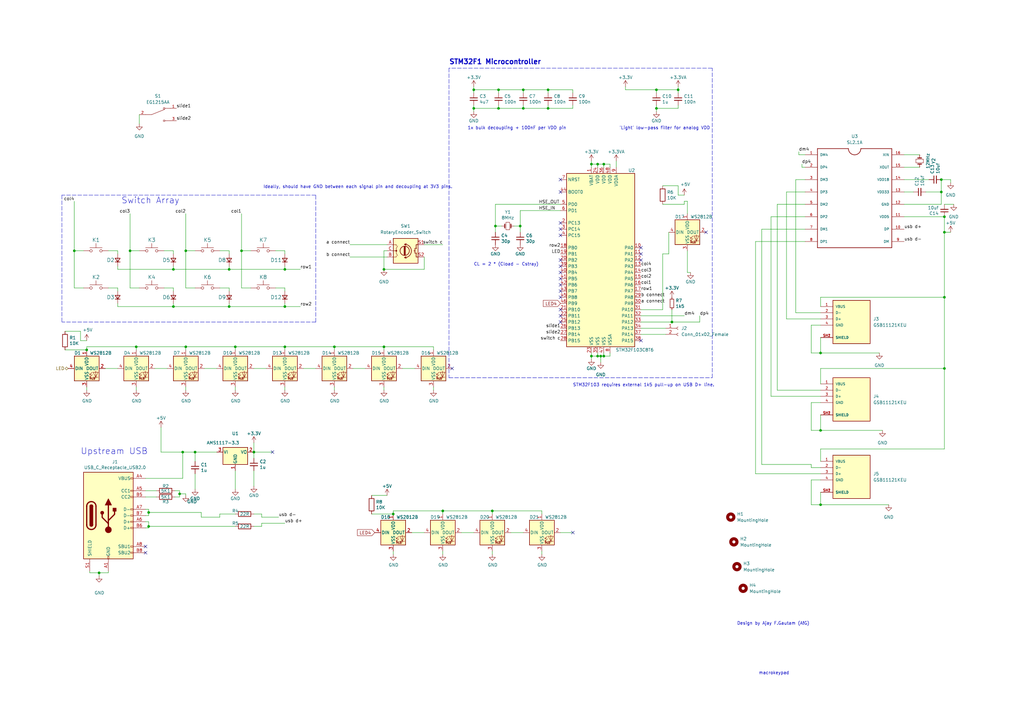
<source format=kicad_sch>
(kicad_sch (version 20211123) (generator eeschema)
  (paper "A3")
  (junction (at 247.65 67.31))
  (junction (at 60.96 215.9))
  (junction (at 116.84 142.24))
  (junction (at 161.29 210.82))
  (junction (at 157.48 110.49))
  (junction (at 116.84 125.73))
  (junction (at 71.12 125.73))
  (junction (at 224.79 36.83))
  (junction (at 247.65 146.05))
  (junction (at 387.35 88.9))
  (junction (at 76.2 142.24))
  (junction (at 386.08 78.74))
  (junction (at 71.12 110.49))
  (junction (at 214.63 36.83))
  (junction (at 194.31 44.45))
  (junction (at 30.48 102.87))
  (junction (at 60.96 210.185))
  (junction (at 278.13 36.83))
  (junction (at 269.24 44.45))
  (junction (at 73.66 202.565))
  (junction (at 246.38 146.05))
  (junction (at 201.93 209.55))
  (junction (at 275.59 132.08))
  (junction (at 387.35 121.92))
  (junction (at 93.98 110.49))
  (junction (at 35.56 143.51))
  (junction (at 53.34 102.87))
  (junction (at 194.31 36.83))
  (junction (at 104.14 185.42))
  (junction (at 387.35 95.25))
  (junction (at 80.01 185.42))
  (junction (at 386.08 73.66))
  (junction (at 242.57 67.31))
  (junction (at 40.64 234.95))
  (junction (at 99.06 102.87))
  (junction (at 245.11 146.05))
  (junction (at 204.47 44.45))
  (junction (at 137.16 142.24))
  (junction (at 387.35 151.13))
  (junction (at 336.55 207.01))
  (junction (at 336.55 176.53))
  (junction (at 96.52 142.24))
  (junction (at 181.61 209.55))
  (junction (at 93.98 125.73))
  (junction (at 203.2 92.71))
  (junction (at 213.36 92.71))
  (junction (at 214.63 44.45))
  (junction (at 336.55 144.78))
  (junction (at 157.48 142.24))
  (junction (at 55.88 142.24))
  (junction (at 76.2 102.87))
  (junction (at 116.84 110.49))
  (junction (at 224.79 44.45))
  (junction (at 74.93 185.42))
  (junction (at 245.11 67.31))
  (junction (at 269.24 36.83))
  (junction (at 204.47 36.83))
  (junction (at 242.57 146.05))
  (no_connect (at 234.95 218.44))
  (no_connect (at 229.87 111.76))
  (no_connect (at 229.87 91.44))
  (no_connect (at 229.87 93.98))
  (no_connect (at 262.89 104.14))
  (no_connect (at 229.87 129.54))
  (no_connect (at 229.87 78.74))
  (no_connect (at 229.87 116.84))
  (no_connect (at 111.76 185.42))
  (no_connect (at 229.87 132.08))
  (no_connect (at 229.87 73.66))
  (no_connect (at 262.89 139.7))
  (no_connect (at 262.89 101.6))
  (no_connect (at 229.87 121.92))
  (no_connect (at 262.89 106.68))
  (no_connect (at 59.69 224.155))
  (no_connect (at 229.87 119.38))
  (no_connect (at 289.56 95.25))
  (no_connect (at 229.87 106.68))
  (no_connect (at 229.87 96.52))
  (no_connect (at 59.69 226.695))
  (no_connect (at 229.87 114.3))
  (no_connect (at 229.87 109.22))
  (no_connect (at 229.87 127))
  (no_connect (at 185.42 151.13))
  (wire (pts (xy 48.26 118.11) (xy 48.26 119.38)))
  (wire (pts (xy 143.51 105.41) (xy 158.75 105.41)))
  (wire (pts (xy 332.74 176.53) (xy 336.55 176.53)))
  (wire (pts (xy 44.45 234.95) (xy 44.45 234.315)))
  (wire (pts (xy 278.13 35.56) (xy 278.13 36.83)))
  (wire (pts (xy 80.01 185.42) (xy 80.01 189.23)))
  (wire (pts (xy 107.315 214.63) (xy 116.84 214.63)))
  (wire (pts (xy 59.69 201.295) (xy 64.135 201.295)))
  (wire (pts (xy 269.24 45.72) (xy 269.24 44.45)))
  (wire (pts (xy 71.12 124.46) (xy 71.12 125.73)))
  (wire (pts (xy 80.01 102.87) (xy 76.2 102.87)))
  (wire (pts (xy 332.74 133.35) (xy 332.74 144.78)))
  (wire (pts (xy 203.2 95.25) (xy 203.2 92.71)))
  (wire (pts (xy 107.315 210.82) (xy 107.315 212.09)))
  (polyline (pts (xy 25.4 80.01) (xy 25.4 132.08)))
  (wire (pts (xy 281.94 82.55) (xy 281.94 87.63)))
  (wire (pts (xy 76.2 142.24) (xy 55.88 142.24)))
  (wire (pts (xy 93.98 118.11) (xy 90.17 118.11)))
  (wire (pts (xy 116.84 110.49) (xy 93.98 110.49)))
  (wire (pts (xy 30.48 102.87) (xy 30.48 118.11)))
  (wire (pts (xy 336.55 184.15) (xy 387.35 184.15)))
  (wire (pts (xy 116.84 158.75) (xy 116.84 160.02)))
  (wire (pts (xy 318.77 160.02) (xy 318.77 83.82)))
  (wire (pts (xy 96.52 158.75) (xy 96.52 160.02)))
  (wire (pts (xy 224.79 43.18) (xy 224.79 44.45)))
  (wire (pts (xy 332.74 196.85) (xy 332.74 207.01)))
  (wire (pts (xy 57.15 102.87) (xy 53.34 102.87)))
  (wire (pts (xy 181.61 209.55) (xy 161.29 209.55)))
  (wire (pts (xy 245.11 68.58) (xy 245.11 67.31)))
  (wire (pts (xy 165.1 151.13) (xy 170.18 151.13)))
  (wire (pts (xy 74.93 185.42) (xy 80.01 185.42)))
  (wire (pts (xy 322.58 130.81) (xy 336.55 130.81)))
  (wire (pts (xy 96.52 215.9) (xy 60.96 215.9)))
  (wire (pts (xy 157.48 142.24) (xy 157.48 143.51)))
  (wire (pts (xy 104.14 215.9) (xy 107.315 215.9)))
  (wire (pts (xy 73.66 202.565) (xy 76.2 202.565)))
  (wire (pts (xy 71.12 110.49) (xy 48.26 110.49)))
  (wire (pts (xy 327.66 62.23) (xy 327.66 63.5)))
  (wire (pts (xy 214.63 36.83) (xy 204.47 36.83)))
  (wire (pts (xy 157.48 158.75) (xy 157.48 160.02)))
  (wire (pts (xy 40.64 236.22) (xy 40.64 234.95)))
  (wire (pts (xy 93.98 124.46) (xy 93.98 125.73)))
  (wire (pts (xy 278.13 38.1) (xy 278.13 36.83)))
  (wire (pts (xy 336.55 170.18) (xy 336.55 176.53)))
  (wire (pts (xy 71.12 118.11) (xy 67.31 118.11)))
  (wire (pts (xy 336.55 196.85) (xy 332.74 196.85)))
  (wire (pts (xy 123.19 110.49) (xy 116.84 110.49)))
  (wire (pts (xy 370.84 68.58) (xy 377.19 68.58)))
  (wire (pts (xy 250.19 67.31) (xy 250.19 68.58)))
  (wire (pts (xy 336.55 151.13) (xy 387.35 151.13)))
  (wire (pts (xy 386.08 73.66) (xy 386.08 78.74)))
  (wire (pts (xy 332.74 207.01) (xy 336.55 207.01)))
  (wire (pts (xy 336.55 194.31) (xy 309.88 194.31)))
  (wire (pts (xy 271.78 104.14) (xy 274.32 104.14)))
  (wire (pts (xy 93.98 118.11) (xy 93.98 119.38)))
  (wire (pts (xy 82.55 210.185) (xy 82.55 212.09)))
  (wire (pts (xy 194.31 43.18) (xy 194.31 44.45)))
  (wire (pts (xy 189.23 218.44) (xy 194.31 218.44)))
  (wire (pts (xy 222.25 209.55) (xy 222.25 210.82)))
  (wire (pts (xy 102.87 118.11) (xy 99.06 118.11)))
  (wire (pts (xy 177.8 142.24) (xy 157.48 142.24)))
  (wire (pts (xy 48.26 102.87) (xy 44.45 102.87)))
  (wire (pts (xy 222.25 226.06) (xy 222.25 227.33)))
  (wire (pts (xy 194.31 35.56) (xy 194.31 36.83)))
  (wire (pts (xy 59.69 196.215) (xy 74.93 196.215)))
  (wire (pts (xy 35.56 158.75) (xy 35.56 160.02)))
  (wire (pts (xy 116.84 142.24) (xy 96.52 142.24)))
  (wire (pts (xy 262.89 134.62) (xy 273.05 134.62)))
  (wire (pts (xy 336.55 133.35) (xy 332.74 133.35)))
  (polyline (pts (xy 292.1 154.94) (xy 292.1 27.94)))
  (wire (pts (xy 250.19 146.05) (xy 250.19 144.78)))
  (wire (pts (xy 318.77 160.02) (xy 336.55 160.02)))
  (wire (pts (xy 275.59 127) (xy 275.59 132.08)))
  (wire (pts (xy 143.51 100.33) (xy 158.75 100.33)))
  (wire (pts (xy 96.52 200.66) (xy 96.52 193.04)))
  (wire (pts (xy 104.14 199.39) (xy 104.14 193.04)))
  (wire (pts (xy 262.89 129.54) (xy 280.67 129.54)))
  (wire (pts (xy 173.99 105.41) (xy 173.99 110.49)))
  (wire (pts (xy 336.55 165.1) (xy 332.74 165.1)))
  (wire (pts (xy 336.55 144.78) (xy 360.68 144.78)))
  (wire (pts (xy 157.48 102.87) (xy 157.48 110.49)))
  (wire (pts (xy 66.04 185.42) (xy 74.93 185.42)))
  (wire (pts (xy 123.19 125.73) (xy 116.84 125.73)))
  (wire (pts (xy 203.2 83.82) (xy 203.2 92.71)))
  (wire (pts (xy 389.89 73.66) (xy 386.08 73.66)))
  (wire (pts (xy 309.88 194.31) (xy 309.88 99.06)))
  (wire (pts (xy 76.2 87.63) (xy 76.2 102.87)))
  (wire (pts (xy 93.98 102.87) (xy 90.17 102.87)))
  (wire (pts (xy 99.06 87.63) (xy 99.06 102.87)))
  (wire (pts (xy 269.24 44.45) (xy 278.13 44.45)))
  (wire (pts (xy 144.78 151.13) (xy 149.86 151.13)))
  (wire (pts (xy 36.83 234.315) (xy 36.83 234.95)))
  (wire (pts (xy 322.58 130.81) (xy 322.58 78.74)))
  (wire (pts (xy 104.14 181.61) (xy 104.14 185.42)))
  (wire (pts (xy 332.74 190.5) (xy 312.42 190.5)))
  (wire (pts (xy 326.39 128.27) (xy 336.55 128.27)))
  (wire (pts (xy 242.57 67.31) (xy 245.11 67.31)))
  (wire (pts (xy 35.56 139.7) (xy 33.02 139.7)))
  (wire (pts (xy 71.12 102.87) (xy 67.31 102.87)))
  (wire (pts (xy 57.15 118.11) (xy 53.34 118.11)))
  (wire (pts (xy 379.73 78.74) (xy 386.08 78.74)))
  (wire (pts (xy 247.65 146.05) (xy 250.19 146.05)))
  (wire (pts (xy 252.73 66.04) (xy 252.73 68.58)))
  (wire (pts (xy 336.55 125.73) (xy 336.55 121.92)))
  (wire (pts (xy 318.77 83.82) (xy 330.2 83.82)))
  (wire (pts (xy 76.2 142.24) (xy 76.2 143.51)))
  (wire (pts (xy 63.5 151.13) (xy 68.58 151.13)))
  (wire (pts (xy 370.84 88.9) (xy 387.35 88.9)))
  (wire (pts (xy 90.17 210.82) (xy 96.52 210.82)))
  (wire (pts (xy 90.17 212.09) (xy 90.17 210.82)))
  (wire (pts (xy 247.65 68.58) (xy 247.65 67.31)))
  (polyline (pts (xy 184.15 154.94) (xy 292.1 154.94)))
  (wire (pts (xy 234.95 43.18) (xy 234.95 44.45)))
  (wire (pts (xy 161.29 226.06) (xy 161.29 227.33)))
  (wire (pts (xy 116.84 102.87) (xy 113.03 102.87)))
  (wire (pts (xy 116.84 109.22) (xy 116.84 110.49)))
  (wire (pts (xy 387.35 151.13) (xy 387.35 121.92)))
  (wire (pts (xy 80.01 118.11) (xy 76.2 118.11)))
  (wire (pts (xy 269.24 38.1) (xy 269.24 36.83)))
  (wire (pts (xy 246.38 148.59) (xy 246.38 146.05)))
  (wire (pts (xy 36.83 234.95) (xy 40.64 234.95)))
  (wire (pts (xy 48.26 102.87) (xy 48.26 104.14)))
  (wire (pts (xy 93.98 102.87) (xy 93.98 104.14)))
  (wire (pts (xy 76.2 102.87) (xy 76.2 118.11)))
  (wire (pts (xy 336.55 121.92) (xy 387.35 121.92)))
  (wire (pts (xy 48.26 118.11) (xy 44.45 118.11)))
  (wire (pts (xy 328.93 68.58) (xy 330.2 68.58)))
  (wire (pts (xy 222.25 209.55) (xy 201.93 209.55)))
  (wire (pts (xy 387.35 95.25) (xy 387.35 88.9)))
  (wire (pts (xy 124.46 151.13) (xy 129.54 151.13)))
  (wire (pts (xy 247.65 67.31) (xy 250.19 67.31)))
  (wire (pts (xy 213.36 95.25) (xy 213.36 92.71)))
  (wire (pts (xy 80.01 185.42) (xy 88.9 185.42)))
  (wire (pts (xy 73.66 203.835) (xy 73.66 202.565)))
  (polyline (pts (xy 184.15 27.94) (xy 184.15 154.94)))
  (wire (pts (xy 386.08 78.74) (xy 386.08 83.82)))
  (wire (pts (xy 271.78 83.82) (xy 280.67 83.82)))
  (wire (pts (xy 116.84 102.87) (xy 116.84 104.14)))
  (wire (pts (xy 93.98 109.22) (xy 93.98 110.49)))
  (wire (pts (xy 93.98 125.73) (xy 71.12 125.73)))
  (wire (pts (xy 242.57 146.05) (xy 245.11 146.05)))
  (wire (pts (xy 224.79 44.45) (xy 234.95 44.45)))
  (wire (pts (xy 280.67 82.55) (xy 280.67 83.82)))
  (wire (pts (xy 177.8 158.75) (xy 177.8 160.02)))
  (wire (pts (xy 116.84 142.24) (xy 137.16 142.24)))
  (wire (pts (xy 332.74 190.5) (xy 332.74 191.77)))
  (wire (pts (xy 99.06 102.87) (xy 99.06 118.11)))
  (wire (pts (xy 278.13 80.01) (xy 278.13 76.2)))
  (wire (pts (xy 280.67 82.55) (xy 281.94 82.55)))
  (wire (pts (xy 275.59 132.08) (xy 262.89 132.08)))
  (wire (pts (xy 387.35 83.82) (xy 391.16 83.82)))
  (wire (pts (xy 316.23 162.56) (xy 336.55 162.56)))
  (wire (pts (xy 387.35 184.15) (xy 387.35 151.13)))
  (wire (pts (xy 316.23 88.9) (xy 330.2 88.9)))
  (wire (pts (xy 116.84 118.11) (xy 113.03 118.11)))
  (polyline (pts (xy 129.54 132.08) (xy 25.4 132.08)))
  (wire (pts (xy 55.88 142.24) (xy 55.88 143.51)))
  (wire (pts (xy 204.47 44.45) (xy 204.47 43.18)))
  (wire (pts (xy 269.24 43.18) (xy 269.24 44.45)))
  (wire (pts (xy 116.84 125.73) (xy 93.98 125.73)))
  (wire (pts (xy 60.96 208.915) (xy 59.69 208.915)))
  (wire (pts (xy 30.48 82.55) (xy 30.48 102.87)))
  (wire (pts (xy 116.84 118.11) (xy 116.84 119.38)))
  (wire (pts (xy 389.89 74.93) (xy 389.89 73.66)))
  (wire (pts (xy 59.69 216.535) (xy 60.96 216.535)))
  (wire (pts (xy 201.93 209.55) (xy 201.93 210.82)))
  (wire (pts (xy 336.55 201.93) (xy 336.55 207.01)))
  (wire (pts (xy 224.79 38.1) (xy 224.79 36.83)))
  (wire (pts (xy 201.93 226.06) (xy 201.93 227.33)))
  (wire (pts (xy 34.29 118.11) (xy 30.48 118.11)))
  (wire (pts (xy 71.12 118.11) (xy 71.12 119.38)))
  (wire (pts (xy 312.42 93.98) (xy 330.2 93.98)))
  (wire (pts (xy 204.47 44.45) (xy 214.63 44.45)))
  (wire (pts (xy 116.84 124.46) (xy 116.84 125.73)))
  (wire (pts (xy 245.11 144.78) (xy 245.11 146.05)))
  (wire (pts (xy 256.54 35.56) (xy 256.54 36.83)))
  (wire (pts (xy 194.31 44.45) (xy 194.31 45.72)))
  (wire (pts (xy 53.34 102.87) (xy 53.34 118.11)))
  (wire (pts (xy 224.79 36.83) (xy 214.63 36.83)))
  (wire (pts (xy 316.23 162.56) (xy 316.23 88.9)))
  (wire (pts (xy 43.18 151.13) (xy 48.26 151.13)))
  (wire (pts (xy 55.88 142.24) (xy 35.56 142.24)))
  (wire (pts (xy 336.55 207.01) (xy 364.49 207.01)))
  (wire (pts (xy 152.4 210.82) (xy 161.29 210.82)))
  (polyline (pts (xy 292.1 27.94) (xy 184.15 27.94)))
  (wire (pts (xy 287.02 129.54) (xy 287.02 132.08)))
  (wire (pts (xy 48.26 109.22) (xy 48.26 110.49)))
  (wire (pts (xy 370.84 73.66) (xy 381 73.66)))
  (wire (pts (xy 234.95 36.83) (xy 224.79 36.83)))
  (wire (pts (xy 181.61 209.55) (xy 181.61 210.82)))
  (wire (pts (xy 157.48 142.24) (xy 137.16 142.24)))
  (wire (pts (xy 73.66 201.295) (xy 73.66 202.565)))
  (wire (pts (xy 80.01 200.66) (xy 80.01 194.31)))
  (wire (pts (xy 194.31 44.45) (xy 204.47 44.45)))
  (wire (pts (xy 327.66 63.5) (xy 330.2 63.5)))
  (wire (pts (xy 137.16 158.75) (xy 137.16 160.02)))
  (wire (pts (xy 278.13 44.45) (xy 278.13 43.18)))
  (wire (pts (xy 203.2 92.71) (xy 205.74 92.71)))
  (wire (pts (xy 336.55 157.48) (xy 336.55 151.13)))
  (wire (pts (xy 214.63 43.18) (xy 214.63 44.45)))
  (wire (pts (xy 262.89 137.16) (xy 273.05 137.16)))
  (wire (pts (xy 370.84 63.5) (xy 377.19 63.5)))
  (wire (pts (xy 256.54 36.83) (xy 269.24 36.83)))
  (wire (pts (xy 245.11 146.05) (xy 246.38 146.05)))
  (wire (pts (xy 40.64 234.95) (xy 44.45 234.95)))
  (wire (pts (xy 278.13 76.2) (xy 271.78 76.2)))
  (wire (pts (xy 336.55 189.23) (xy 336.55 184.15)))
  (wire (pts (xy 107.315 212.09) (xy 114.3 212.09)))
  (wire (pts (xy 242.57 67.31) (xy 242.57 68.58)))
  (wire (pts (xy 275.59 132.08) (xy 287.02 132.08)))
  (wire (pts (xy 59.69 211.455) (xy 60.96 211.455)))
  (wire (pts (xy 209.55 218.44) (xy 214.63 218.44)))
  (wire (pts (xy 181.61 226.06) (xy 181.61 227.33)))
  (wire (pts (xy 326.39 73.66) (xy 330.2 73.66)))
  (wire (pts (xy 309.88 99.06) (xy 330.2 99.06)))
  (wire (pts (xy 76.2 158.75) (xy 76.2 160.02)))
  (wire (pts (xy 214.63 38.1) (xy 214.63 36.83)))
  (wire (pts (xy 104.14 151.13) (xy 109.22 151.13)))
  (wire (pts (xy 280.67 80.01) (xy 278.13 80.01)))
  (wire (pts (xy 71.755 203.835) (xy 73.66 203.835)))
  (wire (pts (xy 83.82 151.13) (xy 88.9 151.13)))
  (wire (pts (xy 96.52 142.24) (xy 76.2 142.24)))
  (wire (pts (xy 71.755 201.295) (xy 73.66 201.295)))
  (wire (pts (xy 55.88 158.75) (xy 55.88 160.02)))
  (wire (pts (xy 53.34 87.63) (xy 53.34 102.87)))
  (wire (pts (xy 158.75 203.2) (xy 152.4 203.2)))
  (wire (pts (xy 71.12 125.73) (xy 48.26 125.73)))
  (wire (pts (xy 210.82 92.71) (xy 213.36 92.71)))
  (wire (pts (xy 194.31 36.83) (xy 194.31 38.1)))
  (wire (pts (xy 82.55 212.09) (xy 90.17 212.09)))
  (wire (pts (xy 116.84 143.51) (xy 116.84 142.24)))
  (wire (pts (xy 336.55 176.53) (xy 361.95 176.53)))
  (wire (pts (xy 242.57 66.04) (xy 242.57 67.31)))
  (wire (pts (xy 60.96 213.995) (xy 60.96 215.9)))
  (wire (pts (xy 137.16 143.51) (xy 137.16 142.24)))
  (wire (pts (xy 107.315 215.9) (xy 107.315 214.63)))
  (wire (pts (xy 161.29 209.55) (xy 161.29 210.82)))
  (wire (pts (xy 246.38 146.05) (xy 247.65 146.05)))
  (wire (pts (xy 204.47 36.83) (xy 204.47 38.1)))
  (wire (pts (xy 71.12 102.87) (xy 71.12 104.14)))
  (wire (pts (xy 60.96 210.185) (xy 82.55 210.185)))
  (wire (pts (xy 278.13 36.83) (xy 269.24 36.83)))
  (wire (pts (xy 274.32 95.25) (xy 274.32 104.14)))
  (wire (pts (xy 229.87 218.44) (xy 234.95 218.44)))
  (wire (pts (xy 102.87 102.87) (xy 99.06 102.87)))
  (wire (pts (xy 35.56 142.24) (xy 35.56 143.51)))
  (wire (pts (xy 48.26 124.46) (xy 48.26 125.73)))
  (wire (pts (xy 281.94 102.87) (xy 281.94 111.76)))
  (wire (pts (xy 59.69 203.835) (xy 64.135 203.835)))
  (wire (pts (xy 57.15 46.99) (xy 57.15 50.8)))
  (wire (pts (xy 247.65 144.78) (xy 247.65 146.05)))
  (wire (pts (xy 245.11 67.31) (xy 247.65 67.31)))
  (wire (pts (xy 104.14 210.82) (xy 107.315 210.82)))
  (wire (pts (xy 242.57 147.32) (xy 242.57 146.05)))
  (wire (pts (xy 234.95 38.1) (xy 234.95 36.83)))
  (wire (pts (xy 213.36 86.36) (xy 229.87 86.36)))
  (wire (pts (xy 34.29 102.87) (xy 30.48 102.87)))
  (wire (pts (xy 96.52 142.24) (xy 96.52 143.51)))
  (wire (pts (xy 104.14 185.42) (xy 104.14 187.96)))
  (wire (pts (xy 326.39 128.27) (xy 326.39 73.66)))
  (wire (pts (xy 201.93 209.55) (xy 181.61 209.55)))
  (wire (pts (xy 214.63 44.45) (xy 224.79 44.45)))
  (wire (pts (xy 168.91 218.44) (xy 173.99 218.44)))
  (wire (pts (xy 332.74 191.77) (xy 336.55 191.77)))
  (wire (pts (xy 262.89 127) (xy 271.78 127)))
  (wire (pts (xy 26.67 143.51) (xy 35.56 143.51)))
  (wire (pts (xy 66.04 175.26) (xy 66.04 185.42)))
  (wire (pts (xy 322.58 78.74) (xy 330.2 78.74)))
  (wire (pts (xy 204.47 36.83) (xy 194.31 36.83)))
  (wire (pts (xy 60.96 211.455) (xy 60.96 210.185)))
  (wire (pts (xy 229.87 83.82) (xy 203.2 83.82)))
  (wire (pts (xy 71.12 109.22) (xy 71.12 110.49)))
  (polyline (pts (xy 129.54 132.08) (xy 129.54 80.01)))
  (wire (pts (xy 173.99 110.49) (xy 157.48 110.49)))
  (wire (pts (xy 328.93 67.31) (xy 328.93 68.58)))
  (wire (pts (xy 332.74 165.1) (xy 332.74 176.53)))
  (wire (pts (xy 389.89 95.25) (xy 387.35 95.25)))
  (wire (pts (xy 336.55 138.43) (xy 336.55 144.78)))
  (wire (pts (xy 60.96 213.995) (xy 59.69 213.995)))
  (wire (pts (xy 387.35 121.92) (xy 387.35 95.25)))
  (wire (pts (xy 332.74 144.78) (xy 336.55 144.78)))
  (wire (pts (xy 33.02 139.7) (xy 33.02 135.89)))
  (wire (pts (xy 74.93 185.42) (xy 74.93 196.215)))
  (wire (pts (xy 213.36 92.71) (xy 213.36 86.36)))
  (wire (pts (xy 177.8 142.24) (xy 177.8 143.51)))
  (wire (pts (xy 370.84 83.82) (xy 386.08 83.82)))
  (polyline (pts (xy 129.54 80.01) (xy 25.4 80.01)))
  (wire (pts (xy 93.98 110.49) (xy 71.12 110.49)))
  (wire (pts (xy 242.57 146.05) (xy 242.57 144.78)))
  (wire (pts (xy 33.02 135.89) (xy 26.67 135.89)))
  (wire (pts (xy 281.94 111.76) (xy 283.21 111.76)))
  (wire (pts (xy 312.42 190.5) (xy 312.42 93.98)))
  (wire (pts (xy 158.75 102.87) (xy 157.48 102.87)))
  (wire (pts (xy 60.96 215.9) (xy 60.96 216.535)))
  (wire (pts (xy 271.78 127) (xy 271.78 104.14)))
  (wire (pts (xy 76.2 202.565) (xy 76.2 203.2)))
  (wire (pts (xy 173.99 100.33) (xy 181.61 100.33)))
  (wire (pts (xy 111.76 185.42) (xy 104.14 185.42)))
  (wire (pts (xy 60.96 210.185) (xy 60.96 208.915)))
  (wire (pts (xy 370.84 78.74) (xy 374.65 78.74)))
  (text "'Light' low-pass filter for analog VDD" (at 254 53.34 0) (effects (font (size 1.27 1.27)) (justify left bottom)))
  (text "CL = 2 * (Cload - Cstray)" (at 194.31 109.22 0) (effects (font (size 1.27 1.27)) (justify left bottom)))
  (text "Switch Array" (at 73.66 83.82 180) (effects (font (size 2.54 2.54)) (justify right bottom)))
  (text "1x bulk decoupling + 100nF per VDD pin" (at 191.77 53.34 0) (effects (font (size 1.27 1.27)) (justify left bottom)))
  (text "macrokeypad " (at 311.15 276.86 0) (effects (font (size 1.27 1.27)) (justify left bottom)))
  (text "Design by Ajay F.Gautam (A!G)" (at 302.26 256.54 0) (effects (font (size 1.27 1.27)) (justify left bottom)))
  (text "Ideally, should have GND between each signal pin and decoupling at 3V3 pins." (at 107.95 77.47 0) (effects (font (size 1.27 1.27)) (justify left bottom)))
  (text "Upstream USB" (at 33.02 186.69 0) (effects (font (size 2.54 2.54)) (justify left bottom)))
  (text "STM32F103 requires external 1k5 pull-up on USB D+ line." (at 234.95 158.75 0) (effects (font (size 1.27 1.27)) (justify left bottom)))
  (text "STM32F1 Microcontroller" (at 184.15 26.67 0) (effects (font (size 2.0066 2.0066) (thickness 0.4013) bold) (justify left bottom)))
  (label "LED" (at 229.87 104.14 180))
  (label "switch c" (at 229.87 139.7 180))
  (label "dm4" (at 280.67 129.54 0))
  (label "col4" (at 30.48 82.55 180))
  (label "usb d-" (at 370.84 99.06 0))
  (label "switch c" (at 181.61 100.33 180))
  (label "b connect" (at 262.89 121.92 0))
  (label "col1" (at 262.89 116.84 0))
  (label "col3" (at 53.34 87.63 180))
  (label "col4" (at 262.89 109.22 0))
  (label "col2" (at 262.89 114.3 0))
  (label "slide1" (at 229.87 134.62 180))
  (label "col3" (at 262.89 111.76 0))
  (label "row2" (at 229.87 101.6 180))
  (label "HSE_OUT" (at 220.98 83.82 0))
  (label "row2" (at 123.19 125.73 0))
  (label "usb d-" (at 114.3 212.09 0))
  (label "dm4" (at 327.66 62.23 0))
  (label "col2" (at 76.2 87.63 180))
  (label "a connect" (at 262.89 124.46 0))
  (label "usb d+" (at 116.84 214.63 0))
  (label "slide1" (at 72.39 44.45 0))
  (label "slide2" (at 72.39 49.53 0))
  (label "a connect" (at 143.51 100.33 180))
  (label "usb d+" (at 370.84 93.98 0))
  (label "row1" (at 262.89 119.38 0))
  (label "b connect" (at 143.51 105.41 180))
  (label "dp4" (at 328.93 67.31 0))
  (label "row1" (at 123.19 110.49 0))
  (label "slide2" (at 229.87 137.16 180))
  (label "col1" (at 99.06 87.63 180))
  (label "dp4" (at 287.02 129.54 0))
  (label "HSE_IN" (at 220.98 86.36 0))
  (global_label "LED4" (shape input) (at 229.87 124.46 180) (property "Intersheet References" "${INTERSHEET_REFS}" (effects hide)))
  (global_label "LED4" (shape input) (at 153.67 218.44 180) (property "Intersheet References" "${INTERSHEET_REFS}" (effects hide)))
  (hierarchical_label "LED" (shape bidirectional) (at 27.94 151.13 180))
  (symbol (lib_id "power:GND") (at 391.16 83.82 0) (unit 1)
    (property "Reference" "#PWR038" (effects hide))
    (property "Value" "GND" (at 391.16 88.9 0))
  )
  (symbol (lib_id "Mechanical:MountingHole") (at 302.26 232.41 0) (unit 1)
    (property "Reference" "H3" (at 304.8 231.1399 0) (effects (justify left)))
    (property "Value" "MountingHole" (at 304.8 233.6799 0) (effects (justify left)))
    (property "Footprint" "MountingHole:MountingHole_2.2mm_M2_ISO14580_Pad_TopBottom" (effects hide))
  )
  (symbol (lib_id "LED:WS2812B") (at 35.56 151.13 0) (unit 1)
    (property "Reference" "D1" (at 30.48 144.78 0) (effects (justify left)))
    (property "Value" "WS2812B" (at 36.83 144.78 0) (effects (justify left)))
    (property "Footprint" "LED_SMD:LED_WS2812B_PLCC4_5.0x5.0mm_P3.2mm" (effects hide))
    (property "Datasheet" "https://cdn-shop.adafruit.com/datasheets/WS2812B.pdf" (effects hide))
    (property "LCSC" "C114586" (effects hide))
    (property "MPN" "WS2812B" (effects hide))
    (property "DigiKey" "1528-1104-ND\r" (effects hide))
    (property "Substitue Allowed?" "N" (effects hide))
    (property "Manufacturer" "Worldsemi\r" (effects hide))
  )
  (symbol (lib_id "Switch:SW_Push") (at 107.95 118.11 0) (unit 1)
    (property "Reference" "K8" (at 107.95 113.665 0) (effects (font (size 1.524 1.524))))
    (property "Value" "KEYSW" (effects hide))
    (property "Footprint" "Button_Switch_Keyboard:SW_Cherry_MX_1.00u_PCB" (effects hide))
    (property "DNP" "DNP" (effects hide))
  )
  (symbol (lib_id "power:+3.3V") (at 256.54 35.56 0) (unit 1)
    (property "Reference" "#PWR027" (effects hide))
    (property "Value" "+3.3V" (at 256.54 31.75 0))
  )
  (symbol (lib_id "power:GND") (at 96.52 160.02 0) (unit 1)
    (property "Reference" "#PWR010" (effects hide))
    (property "Value" "GND" (at 96.647 164.4142 0))
  )
  (symbol (lib_id "Switch:SW_Push") (at 39.37 118.11 0) (unit 1)
    (property "Reference" "K2" (at 39.37 113.665 0) (effects (font (size 1.524 1.524))))
    (property "Value" "KEYSW" (effects hide))
    (property "Footprint" "Button_Switch_Keyboard:SW_Cherry_MX_1.00u_PCB" (effects hide))
    (property "DNP" "DNP" (effects hide))
  )
  (symbol (lib_id "Device:D_Small") (at 71.12 121.92 270) (mirror x) (unit 1)
    (property "Reference" "D6" (at 69.85 121.92 90) (effects (font (size 1.524 1.524)) (justify right)))
    (property "Value" "D" (effects hide))
    (property "Footprint" "Diode_THT:D_DO-34_SOD68_P10.16mm_Horizontal" (effects hide))
    (property "LCSC" "C83528" (effects hide))
    (property "MPN" "1N4148W-7-F" (effects hide))
    (property "DigiKey" "1N4148W-FDICT-ND\r" (effects hide))
    (property "Substitue Allowed?" "Y" (effects hide))
    (property "Manufacturer" "Diodes Inc\r" (effects hide))
  )
  (symbol (lib_id "power:+5V") (at 389.89 95.25 0) (unit 1)
    (property "Reference" "#PWR037" (effects hide))
    (property "Value" "+5V" (at 389.89 91.44 0))
  )
  (symbol (lib_id "power:GND") (at 137.16 160.02 0) (unit 1)
    (property "Reference" "#PWR015" (effects hide))
    (property "Value" "GND" (at 137.287 164.4142 0))
  )
  (symbol (lib_id "Device:D_Small") (at 93.98 106.68 270) (mirror x) (unit 1)
    (property "Reference" "D8" (at 92.71 106.68 90) (effects (font (size 1.524 1.524)) (justify right)))
    (property "Value" "D" (effects hide))
    (property "Footprint" "Diode_THT:D_DO-34_SOD68_P10.16mm_Horizontal" (effects hide))
    (property "LCSC" "C83528" (effects hide))
    (property "MPN" "1N4148W-7-F" (effects hide))
    (property "DigiKey" "1N4148W-FDICT-ND\r" (effects hide))
    (property "Substitue Allowed?" "Y" (effects hide))
    (property "Manufacturer" "Diodes Inc\r" (effects hide))
  )
  (symbol (lib_id "power:+3.3V") (at 104.14 181.61 0) (unit 1)
    (property "Reference" "#PWR012" (effects hide))
    (property "Value" "+3.3V" (at 104.14 177.8 0))
  )
  (symbol (lib_id "power:GND") (at 213.36 100.33 0) (unit 1)
    (property "Reference" "#PWR022" (effects hide))
    (property "Value" "GND" (at 213.36 104.14 0))
  )
  (symbol (lib_id "power:+5V") (at 35.56 139.7 0) (unit 1)
    (property "Reference" "#PWR01" (effects hide))
    (property "Value" "+5V" (at 35.941 135.3058 0))
  )
  (symbol (lib_id "power:GND") (at 203.2 100.33 0) (unit 1)
    (property "Reference" "#PWR021" (effects hide))
    (property "Value" "GND" (at 203.2 104.14 0))
  )
  (symbol (lib_id "GSB11121KEU:GSB11121KEU") (at 349.25 165.1 0) (unit 1)
    (property "Reference" "J4" (at 358.14 162.5599 0) (effects (justify left)))
    (property "Value" "GSB11121KEU" (at 358.14 165.0999 0) (effects (justify left)))
    (property "Footprint" "usb connector:AMPHENOL_GSB11121KEU" (effects hide))
    (property "MAXIMUM_PACKAGE_HEIGHT" "15.20mm" (effects hide))
    (property "MANUFACTURER" "Amphenol" (effects hide))
    (property "PARTREV" "D1" (effects hide))
    (property "SNAPEDA_PN" "GSB11121KEU" (effects hide))
    (property "STANDARD" "Manufacturer Recommendations" (effects hide))
  )
  (symbol (lib_id "power:+3.3V") (at 194.31 35.56 0) (unit 1)
    (property "Reference" "#PWR019" (effects hide))
    (property "Value" "+3.3V" (at 194.31 31.75 0))
  )
  (symbol (lib_id "Device:R") (at 271.78 80.01 0) (unit 1)
    (property "Reference" "R6" (at 273.558 78.8416 0) (effects (justify left)))
    (property "Value" "10K" (at 273.558 81.153 0) (effects (justify left)))
    (property "Footprint" "Resistor_SMD:R_0603_1608Metric" (effects hide))
    (property "DigiKey" "CR0603-JW-103ELFCT-ND  \r" (effects hide))
    (property "MPN" "CR0603-JW-103ELF \r" (effects hide))
    (property "Substitue Allowed?" "Y" (effects hide))
    (property "LCSC" "C144116\r" (effects hide))
    (property "Manufacturer" "Bourns\r" (effects hide))
    (property "Notes" "LCSC: Substitute PN\r" (effects hide))
  )
  (symbol (lib_id "Device:C_Small") (at 213.36 97.79 0) (unit 1)
    (property "Reference" "C6" (at 215.6968 96.6216 0) (effects (justify left)))
    (property "Value" "30p" (at 215.6968 98.933 0) (effects (justify left)))
    (property "Footprint" "Capacitor_SMD:C_0402_1005Metric" (effects hide))
    (property "LCSC Part #" "C1570" (effects hide))
  )
  (symbol (lib_id "power:GND") (at 361.95 176.53 0) (unit 1)
    (property "Reference" "#PWR034" (effects hide))
    (property "Value" "GND" (at 361.95 181.61 0))
  )
  (symbol (lib_id "Regulator_Linear:AMS1117-3.3") (at 96.52 185.42 0) (unit 1)
    (property "Reference" "U1" (at 96.52 177.8 0))
    (property "Value" "AMS1117-3.3" (at 91.44 181.61 0))
    (property "Footprint" "Package_TO_SOT_SMD:SOT-223-3_TabPin2" (effects hide))
    (property "Datasheet" "http://www.advanced-monolithic.com/pdf/ds1117.pdf" (effects hide))
  )
  (symbol (lib_id "power:GND") (at 80.01 200.66 0) (mirror y) (unit 1)
    (property "Reference" "#PWR09" (effects hide))
    (property "Value" "GND" (at 80.01 204.47 0))
  )
  (symbol (lib_id "Device:R") (at 152.4 207.01 0) (unit 1)
    (property "Reference" "R8" (at 154.178 205.8416 0) (effects (justify left)))
    (property "Value" "10K" (at 154.178 208.153 0) (effects (justify left)))
    (property "Footprint" "Resistor_SMD:R_0603_1608Metric" (effects hide))
    (property "DigiKey" "CR0603-JW-103ELFCT-ND  \r" (effects hide))
    (property "MPN" "CR0603-JW-103ELF \r" (effects hide))
    (property "Substitue Allowed?" "Y" (effects hide))
    (property "LCSC" "C144116\r" (effects hide))
    (property "Manufacturer" "Bourns\r" (effects hide))
    (property "Notes" "LCSC: Substitute PN\r" (effects hide))
  )
  (symbol (lib_id "Device:D_Small") (at 116.84 106.68 270) (mirror x) (unit 1)
    (property "Reference" "D11" (at 115.57 106.68 90) (effects (font (size 1.524 1.524)) (justify right)))
    (property "Value" "D" (effects hide))
    (property "Footprint" "Diode_THT:D_DO-34_SOD68_P10.16mm_Horizontal" (effects hide))
    (property "LCSC" "C83528" (effects hide))
    (property "MPN" "1N4148W-7-F" (effects hide))
    (property "DigiKey" "1N4148W-FDICT-ND\r" (effects hide))
    (property "Substitue Allowed?" "Y" (effects hide))
    (property "Manufacturer" "Diodes Inc\r" (effects hide))
  )
  (symbol (lib_id "power:GND") (at 57.15 50.8 0) (unit 1)
    (property "Reference" "#PWR05" (effects hide))
    (property "Value" "GND" (at 57.15 55.88 0))
  )
  (symbol (lib_id "LED:WS2812B") (at 161.29 218.44 0) (unit 1)
    (property "Reference" "D18" (at 156.21 212.09 0) (effects (justify left)))
    (property "Value" "WS2812B" (at 162.56 212.09 0) (effects (justify left)))
    (property "Footprint" "LED_SMD:LED_WS2812B_PLCC4_5.0x5.0mm_P3.2mm" (effects hide))
    (property "Datasheet" "https://cdn-shop.adafruit.com/datasheets/WS2812B.pdf" (effects hide))
    (property "LCSC" "C114586" (effects hide))
    (property "MPN" "WS2812B" (effects hide))
    (property "DigiKey" "1528-1104-ND\r" (effects hide))
    (property "Substitue Allowed?" "N" (effects hide))
    (property "Manufacturer" "Worldsemi\r" (effects hide))
  )
  (symbol (lib_id "SL2.1A:SL2.1A") (at 350.52 81.28 0) (unit 1)
    (property "Reference" "U3" (at 350.52 55.88 0))
    (property "Value" "SL2.1A" (at 350.52 58.42 0))
    (property "Footprint" "SL2:SO16" (effects hide))
  )
  (symbol (lib_id "LED:WS2812B") (at 96.52 151.13 0) (unit 1)
    (property "Reference" "D10" (at 91.44 144.78 0) (effects (justify left)))
    (property "Value" "WS2812B" (at 97.79 144.78 0) (effects (justify left)))
    (property "Footprint" "LED_SMD:LED_WS2812B_PLCC4_5.0x5.0mm_P3.2mm" (effects hide))
    (property "Datasheet" "https://cdn-shop.adafruit.com/datasheets/WS2812B.pdf" (effects hide))
    (property "LCSC" "C114586" (effects hide))
    (property "MPN" "WS2812B" (effects hide))
    (property "DigiKey" "1528-1104-ND\r" (effects hide))
    (property "Substitue Allowed?" "N" (effects hide))
    (property "Manufacturer" "Worldsemi\r" (effects hide))
  )
  (symbol (lib_id "power:+5V") (at 66.04 175.26 0) (unit 1)
    (property "Reference" "#PWR06" (effects hide))
    (property "Value" "+5V" (at 66.04 171.45 0))
  )
  (symbol (lib_id "Mechanical:MountingHole") (at 299.72 212.09 0) (unit 1)
    (property "Reference" "H1" (at 302.26 210.8199 0) (effects (justify left)))
    (property "Value" "MountingHole" (at 302.26 213.3599 0) (effects (justify left)))
    (property "Footprint" "MountingHole:MountingHole_2.2mm_M2_ISO14580_Pad_TopBottom" (effects hide))
  )
  (symbol (lib_id "power:+3.3VA") (at 278.13 35.56 0) (unit 1)
    (property "Reference" "#PWR030" (effects hide))
    (property "Value" "+3.3VA" (at 278.13 31.75 0))
  )
  (symbol (lib_id "LED:WS2812B") (at 201.93 218.44 0) (unit 1)
    (property "Reference" "D20" (at 196.85 212.09 0) (effects (justify left)))
    (property "Value" "WS2812B" (at 203.2 212.09 0) (effects (justify left)))
    (property "Footprint" "LED_SMD:LED_WS2812B_PLCC4_5.0x5.0mm_P3.2mm" (effects hide))
    (property "Datasheet" "https://cdn-shop.adafruit.com/datasheets/WS2812B.pdf" (effects hide))
    (property "LCSC" "C114586" (effects hide))
    (property "MPN" "WS2812B" (effects hide))
    (property "DigiKey" "1528-1104-ND\r" (effects hide))
    (property "Substitue Allowed?" "N" (effects hide))
    (property "Manufacturer" "Worldsemi\r" (effects hide))
  )
  (symbol (lib_id "power:GND") (at 161.29 227.33 0) (unit 1)
    (property "Reference" "#PWR039" (effects hide))
    (property "Value" "GND" (at 161.417 231.7242 0))
  )
  (symbol (lib_id "power:GND") (at 246.38 148.59 0) (unit 1)
    (property "Reference" "#PWR025" (effects hide))
    (property "Value" "GND" (at 246.38 153.67 0))
  )
  (symbol (lib_id "Device:R") (at 67.945 201.295 270) (unit 1)
    (property "Reference" "R2" (at 67.945 199.39 90))
    (property "Value" "5K1" (at 67.945 201.295 90))
    (property "Footprint" "Resistor_SMD:R_0603_1608Metric" (effects hide))
    (property "DigiKey" "118-CR0603-JW-512ELFCT-ND \r" (effects hide))
    (property "MPN" "CR0603-JW-512ELF \r" (effects hide))
    (property "Substitue Allowed?" "Y" (effects hide))
    (property "LCSC" "C14677\r" (effects hide))
    (property "Manufacturer" "Bourns\r" (effects hide))
    (property "Notes" "LCSC: Substitute PN\r" (effects hide))
  )
  (symbol (lib_id "power:GND") (at 201.93 227.33 0) (unit 1)
    (property "Reference" "#PWR041" (effects hide))
    (property "Value" "GND" (at 202.057 231.7242 0))
  )
  (symbol (lib_id "Device:C_Small") (at 203.2 97.79 0) (unit 1)
    (property "Reference" "C4" (at 205.5368 96.6216 0) (effects (justify left)))
    (property "Value" "30p" (at 205.5368 98.933 0) (effects (justify left)))
    (property "Footprint" "Capacitor_SMD:C_0402_1005Metric" (effects hide))
    (property "LCSC Part #" "C1570" (effects hide))
  )
  (symbol (lib_id "power:+3.3V") (at 275.59 121.92 0) (unit 1)
    (property "Reference" "#PWR029" (effects hide))
    (property "Value" "+3.3V" (at 275.59 118.11 0))
  )
  (symbol (lib_id "Switch:SW_Push") (at 85.09 118.11 0) (unit 1)
    (property "Reference" "K6" (at 85.09 113.665 0) (effects (font (size 1.524 1.524))))
    (property "Value" "KEYSW" (effects hide))
    (property "Footprint" "Button_Switch_Keyboard:SW_Cherry_MX_1.00u_PCB" (effects hide))
    (property "DNP" "DNP" (effects hide))
  )
  (symbol (lib_id "Device:C_Small") (at 278.13 40.64 0) (unit 1)
    (property "Reference" "C11" (at 280.4668 39.4716 0) (effects (justify left)))
    (property "Value" "100n" (at 280.4668 41.783 0) (effects (justify left)))
    (property "Footprint" "Capacitor_SMD:C_0402_1005Metric" (effects hide))
    (property "LCSC Part #" "C1525" (effects hide))
  )
  (symbol (lib_id "power:GND") (at 96.52 200.66 0) (mirror y) (unit 1)
    (property "Reference" "#PWR011" (effects hide))
    (property "Value" "GND" (at 96.52 204.47 0))
  )
  (symbol (lib_id "Device:D_Small") (at 93.98 121.92 270) (mirror x) (unit 1)
    (property "Reference" "D9" (at 92.71 121.92 90) (effects (font (size 1.524 1.524)) (justify right)))
    (property "Value" "D" (effects hide))
    (property "Footprint" "Diode_THT:D_DO-34_SOD68_P10.16mm_Horizontal" (effects hide))
    (property "LCSC" "C83528" (effects hide))
    (property "MPN" "1N4148W-7-F" (effects hide))
    (property "DigiKey" "1N4148W-FDICT-ND\r" (effects hide))
    (property "Substitue Allowed?" "Y" (effects hide))
    (property "Manufacturer" "Diodes Inc\r" (effects hide))
  )
  (symbol (lib_id "power:+3.3VA") (at 252.73 66.04 0) (unit 1)
    (property "Reference" "#PWR026" (effects hide))
    (property "Value" "+3.3VA" (at 252.73 62.23 0))
  )
  (symbol (lib_id "Device:D_Small") (at 48.26 106.68 270) (mirror x) (unit 1)
    (property "Reference" "D2" (at 46.99 106.68 90) (effects (font (size 1.524 1.524)) (justify right)))
    (property "Value" "D" (effects hide))
    (property "Footprint" "Diode_THT:D_DO-34_SOD68_P10.16mm_Horizontal" (effects hide))
    (property "LCSC" "C83528" (effects hide))
    (property "MPN" "1N4148W-7-F" (effects hide))
    (property "DigiKey" "1N4148W-FDICT-ND\r" (effects hide))
    (property "Substitue Allowed?" "Y" (effects hide))
    (property "Manufacturer" "Diodes Inc\r" (effects hide))
  )
  (symbol (lib_id "Device:R_Small") (at 275.59 124.46 0) (unit 1)
    (property "Reference" "R7" (at 277.0886 123.2916 0) (effects (justify left)))
    (property "Value" "1k5" (at 277.0886 125.603 0) (effects (justify left)))
    (property "Footprint" "Resistor_SMD:R_0402_1005Metric" (effects hide))
    (property "LCSC Part #" "C25867" (effects hide))
  )
  (symbol (lib_id "Device:C_Small") (at 234.95 40.64 0) (unit 1)
    (property "Reference" "C9" (at 237.2868 39.4716 0) (effects (justify left)))
    (property "Value" "100n" (at 237.2868 41.783 0) (effects (justify left)))
    (property "Footprint" "Capacitor_SMD:C_0402_1005Metric" (effects hide))
    (property "LCSC Part #" "C1525" (effects hide))
  )
  (symbol (lib_id "power:GND") (at 35.56 160.02 0) (unit 1)
    (property "Reference" "#PWR02" (effects hide))
    (property "Value" "GND" (at 35.687 164.4142 0))
  )
  (symbol (lib_id "power:GND") (at 76.2 160.02 0) (unit 1)
    (property "Reference" "#PWR07" (effects hide))
    (property "Value" "GND" (at 76.327 164.4142 0))
  )
  (symbol (lib_id "power:GND") (at 360.68 144.78 0) (unit 1)
    (property "Reference" "#PWR033" (effects hide))
    (property "Value" "GND" (at 360.68 149.86 0))
  )
  (symbol (lib_id "Mechanical:MountingHole") (at 300.99 222.25 0) (unit 1)
    (property "Reference" "H2" (at 303.53 220.9799 0) (effects (justify left)))
    (property "Value" "MountingHole" (at 303.53 223.5199 0) (effects (justify left)))
    (property "Footprint" "MountingHole:MountingHole_2.2mm_M2_ISO14580_Pad_TopBottom" (effects hide))
  )
  (symbol (lib_id "power:GND") (at 242.57 147.32 0) (unit 1)
    (property "Reference" "#PWR024" (effects hide))
    (property "Value" "GND" (at 242.57 151.13 0))
  )
  (symbol (lib_id "LED:WS2812B") (at 116.84 151.13 0) (unit 1)
    (property "Reference" "D13" (at 111.76 144.78 0) (effects (justify left)))
    (property "Value" "WS2812B" (at 118.11 144.78 0) (effects (justify left)))
    (property "Footprint" "LED_SMD:LED_WS2812B_PLCC4_5.0x5.0mm_P3.2mm" (effects hide))
    (property "Datasheet" "https://cdn-shop.adafruit.com/datasheets/WS2812B.pdf" (effects hide))
    (property "LCSC" "C114586" (effects hide))
    (property "MPN" "WS2812B" (effects hide))
    (property "DigiKey" "1528-1104-ND\r" (effects hide))
    (property "Substitue Allowed?" "N" (effects hide))
    (property "Manufacturer" "Worldsemi\r" (effects hide))
  )
  (symbol (lib_id "Device:RotaryEncoder_Switch") (at 166.37 102.87 0) (unit 1)
    (property "Reference" "SW1" (at 166.37 92.71 0))
    (property "Value" "RotaryEncoder_Switch" (at 166.37 95.25 0))
    (property "Footprint" "Rotary_Encoder:RotaryEncoder_Alps_EC11E-Switch_Vertical_H20mm" (effects hide))
  )
  (symbol (lib_id "Connector:USB_C_Receptacle_USB2.0") (at 44.45 211.455 0) (unit 1)
    (property "Reference" "J1" (at 47.1678 189.4332 0))
    (property "Value" "USB_C_Receptacle_USB2.0" (at 47.1678 191.7446 0))
    (property "Footprint" "Connector_USB:USB_C_Receptacle_G-Switch_GT-USB-7010ASV" (effects hide))
    (property "Datasheet" "https://www.usb.org/sites/default/files/documents/usb_type-c.zip" (effects hide))
    (property "LCSC" "C319148" (effects hide))
    (property "MPN" "U262-161N-4BVC11" (effects hide))
    (property "Notes" "Cannot source from DigiKey\r" (effects hide))
    (property "Substitue Allowed?" "Y" (effects hide))
    (property "Manufacturer" "XKB Enterprise\r" (effects hide))
  )
  (symbol (lib_id "power:GND") (at 269.24 45.72 0) (unit 1)
    (property "Reference" "#PWR028" (effects hide))
    (property "Value" "GND" (at 269.24 49.53 0))
  )
  (symbol (lib_id "Device:D_Small") (at 71.12 106.68 270) (mirror x) (unit 1)
    (property "Reference" "D5" (at 69.85 106.68 90) (effects (font (size 1.524 1.524)) (justify right)))
    (property "Value" "D" (effects hide))
    (property "Footprint" "Diode_THT:D_DO-34_SOD68_P10.16mm_Horizontal" (effects hide))
    (property "LCSC" "C83528" (effects hide))
    (property "MPN" "1N4148W-7-F" (effects hide))
    (property "DigiKey" "1N4148W-FDICT-ND\r" (effects hide))
    (property "Substitue Allowed?" "Y" (effects hide))
    (property "Manufacturer" "Diodes Inc\r" (effects hide))
  )
  (symbol (lib_id "Mechanical:MountingHole") (at 304.8 241.3 0) (unit 1)
    (property "Reference" "H4" (at 307.34 240.0299 0) (effects (justify left)))
    (property "Value" "MountingHole" (at 307.34 242.5699 0) (effects (justify left)))
    (property "Footprint" "MountingHole:MountingHole_2.2mm_M2_ISO14580_Pad_TopBottom" (effects hide))
  )
  (symbol (lib_id "LED:WS2812B") (at 157.48 151.13 0) (unit 1)
    (property "Reference" "D15" (at 152.4 144.78 0) (effects (justify left)))
    (property "Value" "WS2812B" (at 158.75 144.78 0) (effects (justify left)))
    (property "Footprint" "LED_SMD:LED_WS2812B_PLCC4_5.0x5.0mm_P3.2mm" (effects hide))
    (property "Datasheet" "https://cdn-shop.adafruit.com/datasheets/WS2812B.pdf" (effects hide))
    (property "LCSC" "C114586" (effects hide))
    (property "MPN" "WS2812B" (effects hide))
    (property "DigiKey" "1528-1104-ND\r" (effects hide))
    (property "Substitue Allowed?" "N" (effects hide))
    (property "Manufacturer" "Worldsemi\r" (effects hide))
  )
  (symbol (lib_id "Device:R") (at 100.33 215.9 270) (unit 1)
    (property "Reference" "R5" (at 96.52 214.63 90))
    (property "Value" "22R" (at 100.33 215.9 90))
    (property "Footprint" "Resistor_SMD:R_0603_1608Metric" (effects hide))
    (property "DigiKey" "CR0603-JW-220ELFCT-ND  \r" (effects hide))
    (property "MPN" "CR0603-JW-220ELF \r" (effects hide))
    (property "Substitue Allowed?" "Y" (effects hide))
    (property "LCSC" "C203424\r" (effects hide))
    (property "Manufacturer" "Bourns\r" (effects hide))
    (property "Notes" "LCSC: Substitute PN\r" (effects hide))
  )
  (symbol (lib_id "power:GND") (at 177.8 160.02 0) (unit 1)
    (property "Reference" "#PWR018" (effects hide))
    (property "Value" "GND" (at 177.927 164.4142 0))
  )
  (symbol (lib_id "Switch:SW_Push") (at 85.09 102.87 0) (unit 1)
    (property "Reference" "K5" (at 85.09 98.425 0) (effects (font (size 1.524 1.524))))
    (property "Value" "KEYSW" (effects hide))
    (property "Footprint" "Button_Switch_Keyboard:SW_Cherry_MX_1.00u_PCB" (effects hide))
    (property "DNP" "DNP" (effects hide))
  )
  (symbol (lib_id "power:GND") (at 55.88 160.02 0) (unit 1)
    (property "Reference" "#PWR04" (effects hide))
    (property "Value" "GND" (at 56.007 164.4142 0))
  )
  (symbol (lib_id "Device:C_Small") (at 383.54 73.66 90) (unit 1)
    (property "Reference" "C13" (at 382.3716 71.3232 0) (effects (justify left)))
    (property "Value" "10uf" (at 384.683 71.3232 0) (effects (justify left)))
    (property "Footprint" "Capacitor_SMD:C_0603_1608Metric" (effects hide))
    (property "LCSC Part #" "C15849" (effects hide))
  )
  (symbol (lib_id "Device:C_Small") (at 204.47 40.64 0) (unit 1)
    (property "Reference" "C5" (at 206.8068 39.4716 0) (effects (justify left)))
    (property "Value" "100n" (at 206.8068 41.783 0) (effects (justify left)))
    (property "Footprint" "Capacitor_SMD:C_0402_1005Metric" (effects hide))
    (property "LCSC Part #" "C1525" (effects hide))
  )
  (symbol (lib_id "LED:WS2812B") (at 137.16 151.13 0) (unit 1)
    (property "Reference" "D14" (at 132.08 144.78 0) (effects (justify left)))
    (property "Value" "WS2812B" (at 138.43 144.78 0) (effects (justify left)))
    (property "Footprint" "LED_SMD:LED_WS2812B_PLCC4_5.0x5.0mm_P3.2mm" (effects hide))
    (property "Datasheet" "https://cdn-shop.adafruit.com/datasheets/WS2812B.pdf" (effects hide))
    (property "LCSC" "C114586" (effects hide))
    (property "MPN" "WS2812B" (effects hide))
    (property "DigiKey" "1528-1104-ND\r" (effects hide))
    (property "Substitue Allowed?" "N" (effects hide))
    (property "Manufacturer" "Worldsemi\r" (effects hide))
  )
  (symbol (lib_id "Switch:SW_Push") (at 39.37 102.87 0) (unit 1)
    (property "Reference" "K1" (at 39.37 98.425 0) (effects (font (size 1.524 1.524))))
    (property "Value" "KEYSW" (effects hide))
    (property "Footprint" "Button_Switch_Keyboard:SW_Cherry_MX_1.00u_PCB" (effects hide))
    (property "DNP" "DNP" (effects hide))
  )
  (symbol (lib_id "Device:C_Small") (at 214.63 40.64 0) (unit 1)
    (property "Reference" "C7" (at 216.9668 39.4716 0) (effects (justify left)))
    (property "Value" "100n" (at 216.9668 41.783 0) (effects (justify left)))
    (property "Footprint" "Capacitor_SMD:C_0402_1005Metric" (effects hide))
    (property "LCSC Part #" "C1525" (effects hide))
  )
  (symbol (lib_id "power:GND") (at 40.64 236.22 0) (unit 1)
    (property "Reference" "#PWR03" (effects hide))
    (property "Value" "GND" (at 40.767 243.1542 0))
  )
  (symbol (lib_id "LED:WS2812B") (at 55.88 151.13 0) (unit 1)
    (property "Reference" "D4" (at 50.8 144.78 0) (effects (justify left)))
    (property "Value" "WS2812B" (at 57.15 144.78 0) (effects (justify left)))
    (property "Footprint" "LED_SMD:LED_WS2812B_PLCC4_5.0x5.0mm_P3.2mm" (effects hide))
    (property "Datasheet" "https://cdn-shop.adafruit.com/datasheets/WS2812B.pdf" (effects hide))
    (property "LCSC" "C114586" (effects hide))
    (property "MPN" "WS2812B" (effects hide))
    (property "DigiKey" "1528-1104-ND\r" (effects hide))
    (property "Substitue Allowed?" "N" (effects hide))
    (property "Manufacturer" "Worldsemi\r" (effects hide))
  )
  (symbol (lib_id "power:+5V") (at 158.75 203.2 0) (unit 1)
    (property "Reference" "#PWR043" (effects hide))
    (property "Value" "+5V" (at 158.75 199.39 0))
  )
  (symbol (lib_id "MCU_ST_STM32F1:STM32F103C8Tx") (at 247.65 106.68 0) (unit 1)
    (property "Reference" "U2" (at 259.08 69.85 0))
    (property "Value" "STM32F103C8T6" (at 260.35 143.51 0))
    (property "Footprint" "Package_QFP:LQFP-48_7x7mm_P0.5mm" (effects hide))
    (property "Datasheet" "http://www.st.com/st-web-ui/static/active/en/resource/technical/document/datasheet/CD00161566.pdf" (effects hide))
    (property "LCSC Part #" "C8734" (effects hide))
  )
  (symbol (lib_id "power:GND") (at 364.49 207.01 0) (unit 1)
    (property "Reference" "#PWR035" (effects hide))
    (property "Value" "GND" (at 364.49 212.09 0))
  )
  (symbol (lib_id "power:GND") (at 283.21 111.76 0) (unit 1)
    (property "Reference" "#PWR032" (effects hide))
    (property "Value" "GND" (at 283.21 115.57 0))
  )
  (symbol (lib_id "Switch:SW_Push") (at 62.23 118.11 0) (unit 1)
    (property "Reference" "K4" (at 62.23 113.665 0) (effects (font (size 1.524 1.524))))
    (property "Value" "KEYSW" (effects hide))
    (property "Footprint" "Button_Switch_Keyboard:SW_Cherry_MX_1.00u_PCB" (effects hide))
    (property "DNP" "DNP" (effects hide))
  )
  (symbol (lib_id "Switch:SW_Push") (at 107.95 102.87 0) (unit 1)
    (property "Reference" "K7" (at 107.95 98.425 0) (effects (font (size 1.524 1.524))))
    (property "Value" "KEYSW" (effects hide))
    (property "Footprint" "Button_Switch_Keyboard:SW_Cherry_MX_1.00u_PCB" (effects hide))
    (property "DNP" "DNP" (effects hide))
  )
  (symbol (lib_id "LED:WS2812B") (at 177.8 151.13 0) (unit 1)
    (property "Reference" "D16" (at 172.72 144.78 0) (effects (justify left)))
    (property "Value" "WS2812B" (at 179.07 144.78 0) (effects (justify left)))
    (property "Footprint" "LED_SMD:LED_WS2812B_PLCC4_5.0x5.0mm_P3.2mm" (effects hide))
    (property "Datasheet" "https://cdn-shop.adafruit.com/datasheets/WS2812B.pdf" (effects hide))
    (property "LCSC" "C114586" (effects hide))
    (property "MPN" "WS2812B" (effects hide))
    (property "DigiKey" "1528-1104-ND\r" (effects hide))
    (property "Substitue Allowed?" "N" (effects hide))
    (property "Manufacturer" "Worldsemi\r" (effects hide))
  )
  (symbol (lib_id "Device:C_Small") (at 387.35 86.36 180) (unit 1)
    (property "Reference" "C14" (at 385.0132 87.5284 0) (effects (justify left)))
    (property "Value" "10uf" (at 385.0132 85.217 0) (effects (justify left)))
    (property "Footprint" "Capacitor_SMD:C_0603_1608Metric" (effects hide))
    (property "LCSC Part #" "C15849" (effects hide))
  )
  (symbol (lib_id "power:+5V") (at 280.67 80.01 0) (unit 1)
    (property "Reference" "#PWR031" (effects hide))
    (property "Value" "+5V" (at 281.051 75.6158 0))
  )
  (symbol (lib_id "LED:WS2812B") (at 281.94 95.25 0) (unit 1)
    (property "Reference" "D17" (at 276.86 88.9 0) (effects (justify left)))
    (property "Value" "WS2812B" (at 283.21 88.9 0) (effects (justify left)))
    (property "Footprint" "LED_SMD:LED_WS2812B_PLCC4_5.0x5.0mm_P3.2mm" (effects hide))
    (property "Datasheet" "https://cdn-shop.adafruit.com/datasheets/WS2812B.pdf" (effects hide))
    (property "LCSC" "C114586" (effects hide))
    (property "MPN" "WS2812B" (effects hide))
    (property "DigiKey" "1528-1104-ND\r" (effects hide))
    (property "Substitue Allowed?" "N" (effects hide))
    (property "Manufacturer" "Worldsemi\r" (effects hide))
  )
  (symbol (lib_id "power:GND") (at 194.31 45.72 0) (unit 1)
    (property "Reference" "#PWR020" (effects hide))
    (property "Value" "GND" (at 194.31 49.53 0))
  )
  (symbol (lib_id "GSB11121KEU:GSB11121KEU") (at 349.25 133.35 0) (unit 1)
    (property "Reference" "J3" (at 358.14 130.8099 0) (effects (justify left)))
    (property "Value" "GSB11121KEU" (at 358.14 133.3499 0) (effects (justify left)))
    (property "Footprint" "usb connector:AMPHENOL_GSB11121KEU" (effects hide))
    (property "MAXIMUM_PACKAGE_HEIGHT" "15.20mm" (effects hide))
    (property "MANUFACTURER" "Amphenol" (effects hide))
    (property "PARTREV" "D1" (effects hide))
    (property "SNAPEDA_PN" "GSB11121KEU" (effects hide))
    (property "STANDARD" "Manufacturer Recommendations" (effects hide))
  )
  (symbol (lib_id "Device:Crystal_Small") (at 208.28 92.71 0) (unit 1)
    (property "Reference" "Y1" (at 208.28 86.995 0))
    (property "Value" "8MHz" (at 208.28 89.3064 0))
    (property "Footprint" "Crystal:Crystal_SMD_5032-2Pin_5.0x3.2mm" (effects hide))
    (property "LCSC Part #" "C115962" (effects hide))
  )
  (symbol (lib_id "Device:C_Small") (at 80.01 191.77 0) (unit 1)
    (property "Reference" "C1" (at 82.3468 190.6016 0) (effects (justify left)))
    (property "Value" "1u" (at 82.3468 192.913 0) (effects (justify left)))
    (property "Footprint" "Capacitor_SMD:C_0603_1608Metric" (effects hide))
    (property "LCSC Part #" "C15849" (effects hide))
  )
  (symbol (lib_id "LED:WS2812B") (at 222.25 218.44 0) (unit 1)
    (property "Reference" "D21" (at 217.17 212.09 0) (effects (justify left)))
    (property "Value" "WS2812B" (at 223.52 212.09 0) (effects (justify left)))
    (property "Footprint" "LED_SMD:LED_WS2812B_PLCC4_5.0x5.0mm_P3.2mm" (effects hide))
    (property "Datasheet" "https://cdn-shop.adafruit.com/datasheets/WS2812B.pdf" (effects hide))
    (property "LCSC" "C114586" (effects hide))
    (property "MPN" "WS2812B" (effects hide))
    (property "DigiKey" "1528-1104-ND\r" (effects hide))
    (property "Substitue Allowed?" "N" (effects hide))
    (property "Manufacturer" "Worldsemi\r" (effects hide))
  )
  (symbol (lib_id "power:GND") (at 389.89 74.93 0) (unit 1)
    (property "Reference" "#PWR036" (effects hide))
    (property "Value" "GND" (at 389.89 80.01 0))
  )
  (symbol (lib_id "Switch:SW_Push") (at 62.23 102.87 0) (unit 1)
    (property "Reference" "K3" (at 62.23 98.425 0) (effects (font (size 1.524 1.524))))
    (property "Value" "KEYSW" (effects hide))
    (property "Footprint" "Button_Switch_Keyboard:SW_Cherry_MX_1.00u_PCB" (effects hide))
    (property "DNP" "DNP" (effects hide))
  )
  (symbol (lib_id "power:+3.3V") (at 242.57 66.04 0) (unit 1)
    (property "Reference" "#PWR023" (effects hide))
    (property "Value" "+3.3V" (at 242.57 62.23 0))
  )
  (symbol (lib_id "power:GND") (at 116.84 160.02 0) (unit 1)
    (property "Reference" "#PWR014" (effects hide))
    (property "Value" "GND" (at 116.967 164.4142 0))
  )
  (symbol (lib_id "GSB11121KEU:GSB11121KEU") (at 349.25 196.85 0) (unit 1)
    (property "Reference" "J5" (at 358.14 194.3099 0) (effects (justify left)))
    (property "Value" "GSB11121KEU" (at 358.14 196.8499 0) (effects (justify left)))
    (property "Footprint" "usb connector:AMPHENOL_GSB11121KEU" (effects hide))
    (property "MAXIMUM_PACKAGE_HEIGHT" "15.20mm" (effects hide))
    (property "MANUFACTURER" "Amphenol" (effects hide))
    (property "PARTREV" "D1" (effects hide))
    (property "SNAPEDA_PN" "GSB11121KEU" (effects hide))
    (property "STANDARD" "Manufacturer Recommendations" (effects hide))
  )
  (symbol (lib_id "Device:R") (at 26.67 139.7 0) (unit 1)
    (property "Reference" "R1" (at 28.448 138.5316 0) (effects (justify left)))
    (property "Value" "10K" (at 28.448 140.843 0) (effects (justify left)))
    (property "Footprint" "Resistor_SMD:R_0603_1608Metric" (effects hide))
    (property "DigiKey" "CR0603-JW-103ELFCT-ND  \r" (effects hide))
    (property "MPN" "CR0603-JW-103ELF \r" (effects hide))
    (property "Substitue Allowed?" "Y" (effects hide))
    (property "LCSC" "C144116\r" (effects hide))
    (property "Manufacturer" "Bourns\r" (effects hide))
    (property "Notes" "LCSC: Substitute PN\r" (effects hide))
  )
  (symbol (lib_id "Connector:Conn_01x02_Female") (at 278.13 134.62 0) (unit 1)
    (property "Reference" "J2" (at 279.4 134.6199 0) (effects (justify left)))
    (property "Value" "Conn_01x02_Female" (at 279.4 137.1599 0) (effects (justify left)))
    (property "Footprint" "Connector_PinSocket_2.54mm:PinSocket_1x02_P2.54mm_Vertical" (effects hide))
  )
  (symbol (lib_id "Device:Crystal_Small") (at 377.19 66.04 270) (unit 1)
    (property "Reference" "Y2" (at 382.905 66.04 0))
    (property "Value" "12MHz" (at 380.5936 66.04 0))
    (property "Footprint" "Crystal:Crystal_SMD_5032-2Pin_5.0x3.2mm" (effects hide))
    (property "LCSC Part #" "C115962" (effects hide))
  )
  (symbol (lib_id "Device:D_Small") (at 48.26 121.92 270) (mirror x) (unit 1)
    (property "Reference" "D3" (at 46.99 121.92 90) (effects (font (size 1.524 1.524)) (justify right)))
    (property "Value" "D" (effects hide))
    (property "Footprint" "Diode_THT:D_DO-34_SOD68_P10.16mm_Horizontal" (effects hide))
    (property "LCSC" "C83528" (effects hide))
    (property "MPN" "1N4148W-7-F" (effects hide))
    (property "DigiKey" "1N4148W-FDICT-ND\r" (effects hide))
    (property "Substitue Allowed?" "Y" (effects hide))
    (property "Manufacturer" "Diodes Inc\r" (effects hide))
  )
  (symbol (lib_id "Device:C_Small") (at 224.79 40.64 0) (unit 1)
    (property "Reference" "C8" (at 227.1268 39.4716 0) (effects (justify left)))
    (property "Value" "100n" (at 227.1268 41.783 0) (effects (justify left)))
    (property "Footprint" "Capacitor_SMD:C_0402_1005Metric" (effects hide))
    (property "LCSC Part #" "C1525" (effects hide))
  )
  (symbol (lib_id "LED:WS2812B") (at 76.2 151.13 0) (unit 1)
    (property "Reference" "D7" (at 71.12 144.78 0) (effects (justify left)))
    (property "Value" "WS2812B" (at 77.47 144.78 0) (effects (justify left)))
    (property "Footprint" "LED_SMD:LED_WS2812B_PLCC4_5.0x5.0mm_P3.2mm" (effects hide))
    (property "Datasheet" "https://cdn-shop.adafruit.com/datasheets/WS2812B.pdf" (effects hide))
    (property "LCSC" "C114586" (effects hide))
    (property "MPN" "WS2812B" (effects hide))
    (property "DigiKey" "1528-1104-ND\r" (effects hide))
    (property "Substitue Allowed?" "N" (effects hide))
    (property "Manufacturer" "Worldsemi\r" (effects hide))
  )
  (symbol (lib_id "power:GND") (at 157.48 110.49 0) (unit 1)
    (property "Reference" "#PWR016" (effects hide))
    (property "Value" "GND" (at 157.48 115.57 0))
  )
  (symbol (lib_id "power:GND") (at 76.2 203.2 0) (unit 1)
    (property "Reference" "#PWR08" (effects hide))
    (property "Value" "GND" (at 78.74 205.74 0))
  )
  (symbol (lib_id "Device:D_Small") (at 116.84 121.92 270) (mirror x) (unit 1)
    (property "Reference" "D12" (at 115.57 121.92 90) (effects (font (size 1.524 1.524)) (justify right)))
    (property "Value" "D" (effects hide))
    (property "Footprint" "Diode_THT:D_DO-34_SOD68_P10.16mm_Horizontal" (effects hide))
    (property "LCSC" "C83528" (effects hide))
    (property "MPN" "1N4148W-7-F" (effects hide))
    (property "DigiKey" "1N4148W-FDICT-ND\r" (effects hide))
    (property "Substitue Allowed?" "Y" (effects hide))
    (property "Manufacturer" "Diodes Inc\r" (effects hide))
  )
  (symbol (lib_id "Device:C_Small") (at 104.14 190.5 0) (unit 1)
    (property "Reference" "C2" (at 106.4768 189.3316 0) (effects (justify left)))
    (property "Value" "1u" (at 106.4768 191.643 0) (effects (justify left)))
    (property "Footprint" "Capacitor_SMD:C_0603_1608Metric" (effects hide))
    (property "LCSC Part #" "C15849" (effects hide))
  )
  (symbol (lib_id "slide switch-EG1215AA:EG1215AA") (at 64.77 46.99 0) (unit 1)
    (property "Reference" "S1" (at 64.77 39.37 0))
    (property "Value" "EG1215AA" (at 64.77 41.91 0))
    (property "Footprint" "1437575-1:SW_MLL1200S" (effects hide))
    (property "PARTREV" "A" (effects hide))
    (property "MANUFACTURER" "E Switch" (effects hide))
    (property "STANDARD" "Manufacturer Recommendations" (effects hide))
    (property "MAXIMUM_PACKAGE_HEIGHT" "1.40mm" (effects hide))
  )
  (symbol (lib_id "power:GND") (at 104.14 199.39 0) (mirror y) (unit 1)
    (property "Reference" "#PWR013" (effects hide))
    (property "Value" "GND" (at 104.14 203.2 0))
  )
  (symbol (lib_id "Device:C_Small") (at 377.19 78.74 90) (unit 1)
    (property "Reference" "C12" (at 376.0216 76.4032 0) (effects (justify left)))
    (property "Value" "10uf" (at 378.333 76.4032 0) (effects (justify left)))
    (property "Footprint" "Capacitor_SMD:C_0603_1608Metric" (effects hide))
    (property "LCSC Part #" "C15849" (effects hide))
  )
  (symbol (lib_id "power:GND") (at 157.48 160.02 0) (unit 1)
    (property "Reference" "#PWR017" (effects hide))
    (property "Value" "GND" (at 157.607 164.4142 0))
  )
  (symbol (lib_id "Device:R") (at 100.33 210.82 270) (unit 1)
    (property "Reference" "R4" (at 96.52 209.55 90))
    (property "Value" "22R" (at 100.33 210.82 90))
    (property "Footprint" "Resistor_SMD:R_0603_1608Metric" (effects hide))
    (property "DigiKey" "CR0603-JW-220ELFCT-ND  \r" (effects hide))
    (property "MPN" "CR0603-JW-220ELF \r" (effects hide))
    (property "Substitue Allowed?" "Y" (effects hide))
    (property "LCSC" "C203424\r" (effects hide))
    (property "Manufacturer" "Bourns\r" (effects hide))
    (property "Notes" "LCSC: Substitute PN\r" (effects hide))
  )
  (symbol (lib_id "Device:R") (at 67.945 203.835 270) (unit 1)
    (property "Reference" "R3" (at 67.945 205.74 90))
    (property "Value" "5K1" (at 67.945 203.835 90))
    (property "Footprint" "Resistor_SMD:R_0603_1608Metric" (effects hide))
    (property "DigiKey" "118-CR0603-JW-512ELFCT-ND \r" (effects hide))
    (property "MPN" "CR0603-JW-512ELF \r" (effects hide))
    (property "Substitue Allowed?" "Y" (effects hide))
    (property "LCSC" "C14677\r" (effects hide))
    (property "Manufacturer" "Bourns\r" (effects hide))
    (property "Notes" "LCSC: Substitute PN\r" (effects hide))
  )
  (symbol (lib_id "Device:C_Small") (at 269.24 40.64 0) (unit 1)
    (property "Reference" "C10" (at 271.5768 39.4716 0) (effects (justify left)))
    (property "Value" "1u" (at 271.5768 41.783 0) (effects (justify left)))
    (property "Footprint" "Capacitor_SMD:C_0402_1005Metric" (effects hide))
    (property "LCSC Part #" "C52923" (effects hide))
  )
  (symbol (lib_id "power:GND") (at 181.61 227.33 0) (unit 1)
    (property "Reference" "#PWR040" (effects hide))
    (property "Value" "GND" (at 181.737 231.7242 0))
  )
  (symbol (lib_id "Device:C_Small") (at 194.31 40.64 0) (unit 1)
    (property "Reference" "C3" (at 196.6468 39.4716 0) (effects (justify left)))
    (property "Value" "4u7" (at 196.6468 41.783 0) (effects (justify left)))
    (property "Footprint" "Capacitor_SMD:C_0603_1608Metric" (effects hide))
    (property "LCSC Part #" "C19666" (effects hide))
  )
  (symbol (lib_id "LED:WS2812B") (at 181.61 218.44 0) (unit 1)
    (property "Reference" "D19" (at 176.53 212.09 0) (effects (justify left)))
    (property "Value" "WS2812B" (at 182.88 212.09 0) (effects (justify left)))
    (property "Footprint" "LED_SMD:LED_WS2812B_PLCC4_5.0x5.0mm_P3.2mm" (effects hide))
    (property "Datasheet" "https://cdn-shop.adafruit.com/datasheets/WS2812B.pdf" (effects hide))
    (property "LCSC" "C114586" (effects hide))
    (property "MPN" "WS2812B" (effects hide))
    (property "DigiKey" "1528-1104-ND\r" (effects hide))
    (property "Substitue Allowed?" "N" (effects hide))
    (property "Manufacturer" "Worldsemi\r" (effects hide))
  )
  (symbol (lib_id "power:GND") (at 222.25 227.33 0) (unit 1)
    (property "Reference" "#PWR042" (effects hide))
    (property "Value" "GND" (at 222.377 231.7242 0))
  )
)
</source>
